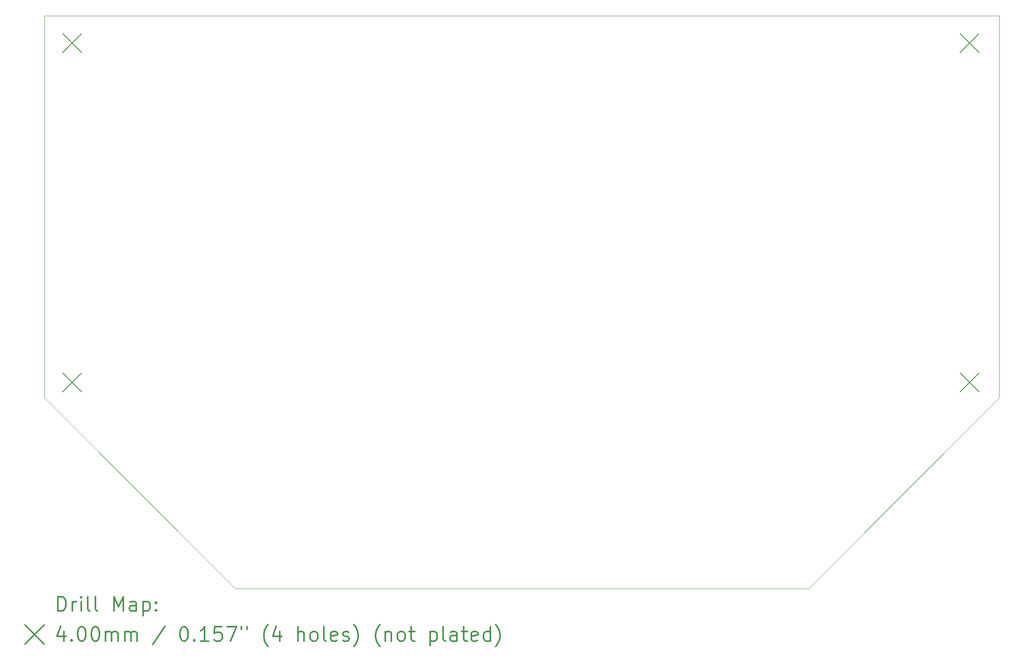
<source format=gbr>
%FSLAX45Y45*%
G04 Gerber Fmt 4.5, Leading zero omitted, Abs format (unit mm)*
G04 Created by KiCad (PCBNEW 5.1.5+dfsg1-2build2) date 2022-02-08 11:10:52*
%MOMM*%
%LPD*%
G04 APERTURE LIST*
%TA.AperFunction,Profile*%
%ADD10C,0.100000*%
%TD*%
%ADD11C,0.200000*%
%ADD12C,0.300000*%
G04 APERTURE END LIST*
D10*
X4500000Y-4000000D02*
X4500000Y-12000000D01*
X24500000Y-4000000D02*
X4500000Y-4000000D01*
X24500000Y-12000000D02*
X24500000Y-4000000D01*
X8500000Y-16000000D02*
X4500000Y-12000000D01*
X20500000Y-16000000D02*
X24500000Y-12000000D01*
X8500000Y-16000000D02*
X20500000Y-16000000D01*
D11*
X23676000Y-4372000D02*
X24076000Y-4772000D01*
X24076000Y-4372000D02*
X23676000Y-4772000D01*
X23676000Y-11484000D02*
X24076000Y-11884000D01*
X24076000Y-11484000D02*
X23676000Y-11884000D01*
X4880000Y-4372000D02*
X5280000Y-4772000D01*
X5280000Y-4372000D02*
X4880000Y-4772000D01*
X4880000Y-11484000D02*
X5280000Y-11884000D01*
X5280000Y-11484000D02*
X4880000Y-11884000D01*
D12*
X4781428Y-16470714D02*
X4781428Y-16170714D01*
X4852857Y-16170714D01*
X4895714Y-16185000D01*
X4924286Y-16213571D01*
X4938571Y-16242143D01*
X4952857Y-16299286D01*
X4952857Y-16342143D01*
X4938571Y-16399286D01*
X4924286Y-16427857D01*
X4895714Y-16456429D01*
X4852857Y-16470714D01*
X4781428Y-16470714D01*
X5081428Y-16470714D02*
X5081428Y-16270714D01*
X5081428Y-16327857D02*
X5095714Y-16299286D01*
X5110000Y-16285000D01*
X5138571Y-16270714D01*
X5167143Y-16270714D01*
X5267143Y-16470714D02*
X5267143Y-16270714D01*
X5267143Y-16170714D02*
X5252857Y-16185000D01*
X5267143Y-16199286D01*
X5281428Y-16185000D01*
X5267143Y-16170714D01*
X5267143Y-16199286D01*
X5452857Y-16470714D02*
X5424286Y-16456429D01*
X5410000Y-16427857D01*
X5410000Y-16170714D01*
X5610000Y-16470714D02*
X5581428Y-16456429D01*
X5567143Y-16427857D01*
X5567143Y-16170714D01*
X5952857Y-16470714D02*
X5952857Y-16170714D01*
X6052857Y-16385000D01*
X6152857Y-16170714D01*
X6152857Y-16470714D01*
X6424286Y-16470714D02*
X6424286Y-16313571D01*
X6410000Y-16285000D01*
X6381428Y-16270714D01*
X6324286Y-16270714D01*
X6295714Y-16285000D01*
X6424286Y-16456429D02*
X6395714Y-16470714D01*
X6324286Y-16470714D01*
X6295714Y-16456429D01*
X6281428Y-16427857D01*
X6281428Y-16399286D01*
X6295714Y-16370714D01*
X6324286Y-16356429D01*
X6395714Y-16356429D01*
X6424286Y-16342143D01*
X6567143Y-16270714D02*
X6567143Y-16570714D01*
X6567143Y-16285000D02*
X6595714Y-16270714D01*
X6652857Y-16270714D01*
X6681428Y-16285000D01*
X6695714Y-16299286D01*
X6710000Y-16327857D01*
X6710000Y-16413571D01*
X6695714Y-16442143D01*
X6681428Y-16456429D01*
X6652857Y-16470714D01*
X6595714Y-16470714D01*
X6567143Y-16456429D01*
X6838571Y-16442143D02*
X6852857Y-16456429D01*
X6838571Y-16470714D01*
X6824286Y-16456429D01*
X6838571Y-16442143D01*
X6838571Y-16470714D01*
X6838571Y-16285000D02*
X6852857Y-16299286D01*
X6838571Y-16313571D01*
X6824286Y-16299286D01*
X6838571Y-16285000D01*
X6838571Y-16313571D01*
X4095000Y-16765000D02*
X4495000Y-17165000D01*
X4495000Y-16765000D02*
X4095000Y-17165000D01*
X4910000Y-16900714D02*
X4910000Y-17100714D01*
X4838571Y-16786429D02*
X4767143Y-17000714D01*
X4952857Y-17000714D01*
X5067143Y-17072143D02*
X5081428Y-17086429D01*
X5067143Y-17100714D01*
X5052857Y-17086429D01*
X5067143Y-17072143D01*
X5067143Y-17100714D01*
X5267143Y-16800714D02*
X5295714Y-16800714D01*
X5324286Y-16815000D01*
X5338571Y-16829286D01*
X5352857Y-16857857D01*
X5367143Y-16915000D01*
X5367143Y-16986429D01*
X5352857Y-17043572D01*
X5338571Y-17072143D01*
X5324286Y-17086429D01*
X5295714Y-17100714D01*
X5267143Y-17100714D01*
X5238571Y-17086429D01*
X5224286Y-17072143D01*
X5210000Y-17043572D01*
X5195714Y-16986429D01*
X5195714Y-16915000D01*
X5210000Y-16857857D01*
X5224286Y-16829286D01*
X5238571Y-16815000D01*
X5267143Y-16800714D01*
X5552857Y-16800714D02*
X5581428Y-16800714D01*
X5610000Y-16815000D01*
X5624286Y-16829286D01*
X5638571Y-16857857D01*
X5652857Y-16915000D01*
X5652857Y-16986429D01*
X5638571Y-17043572D01*
X5624286Y-17072143D01*
X5610000Y-17086429D01*
X5581428Y-17100714D01*
X5552857Y-17100714D01*
X5524286Y-17086429D01*
X5510000Y-17072143D01*
X5495714Y-17043572D01*
X5481428Y-16986429D01*
X5481428Y-16915000D01*
X5495714Y-16857857D01*
X5510000Y-16829286D01*
X5524286Y-16815000D01*
X5552857Y-16800714D01*
X5781428Y-17100714D02*
X5781428Y-16900714D01*
X5781428Y-16929286D02*
X5795714Y-16915000D01*
X5824286Y-16900714D01*
X5867143Y-16900714D01*
X5895714Y-16915000D01*
X5910000Y-16943572D01*
X5910000Y-17100714D01*
X5910000Y-16943572D02*
X5924286Y-16915000D01*
X5952857Y-16900714D01*
X5995714Y-16900714D01*
X6024286Y-16915000D01*
X6038571Y-16943572D01*
X6038571Y-17100714D01*
X6181428Y-17100714D02*
X6181428Y-16900714D01*
X6181428Y-16929286D02*
X6195714Y-16915000D01*
X6224286Y-16900714D01*
X6267143Y-16900714D01*
X6295714Y-16915000D01*
X6310000Y-16943572D01*
X6310000Y-17100714D01*
X6310000Y-16943572D02*
X6324286Y-16915000D01*
X6352857Y-16900714D01*
X6395714Y-16900714D01*
X6424286Y-16915000D01*
X6438571Y-16943572D01*
X6438571Y-17100714D01*
X7024286Y-16786429D02*
X6767143Y-17172143D01*
X7410000Y-16800714D02*
X7438571Y-16800714D01*
X7467143Y-16815000D01*
X7481428Y-16829286D01*
X7495714Y-16857857D01*
X7510000Y-16915000D01*
X7510000Y-16986429D01*
X7495714Y-17043572D01*
X7481428Y-17072143D01*
X7467143Y-17086429D01*
X7438571Y-17100714D01*
X7410000Y-17100714D01*
X7381428Y-17086429D01*
X7367143Y-17072143D01*
X7352857Y-17043572D01*
X7338571Y-16986429D01*
X7338571Y-16915000D01*
X7352857Y-16857857D01*
X7367143Y-16829286D01*
X7381428Y-16815000D01*
X7410000Y-16800714D01*
X7638571Y-17072143D02*
X7652857Y-17086429D01*
X7638571Y-17100714D01*
X7624286Y-17086429D01*
X7638571Y-17072143D01*
X7638571Y-17100714D01*
X7938571Y-17100714D02*
X7767143Y-17100714D01*
X7852857Y-17100714D02*
X7852857Y-16800714D01*
X7824286Y-16843572D01*
X7795714Y-16872143D01*
X7767143Y-16886429D01*
X8210000Y-16800714D02*
X8067143Y-16800714D01*
X8052857Y-16943572D01*
X8067143Y-16929286D01*
X8095714Y-16915000D01*
X8167143Y-16915000D01*
X8195714Y-16929286D01*
X8210000Y-16943572D01*
X8224286Y-16972143D01*
X8224286Y-17043572D01*
X8210000Y-17072143D01*
X8195714Y-17086429D01*
X8167143Y-17100714D01*
X8095714Y-17100714D01*
X8067143Y-17086429D01*
X8052857Y-17072143D01*
X8324286Y-16800714D02*
X8524286Y-16800714D01*
X8395714Y-17100714D01*
X8624286Y-16800714D02*
X8624286Y-16857857D01*
X8738571Y-16800714D02*
X8738571Y-16857857D01*
X9181428Y-17215000D02*
X9167143Y-17200714D01*
X9138571Y-17157857D01*
X9124286Y-17129286D01*
X9110000Y-17086429D01*
X9095714Y-17015000D01*
X9095714Y-16957857D01*
X9110000Y-16886429D01*
X9124286Y-16843572D01*
X9138571Y-16815000D01*
X9167143Y-16772143D01*
X9181428Y-16757857D01*
X9424286Y-16900714D02*
X9424286Y-17100714D01*
X9352857Y-16786429D02*
X9281428Y-17000714D01*
X9467143Y-17000714D01*
X9810000Y-17100714D02*
X9810000Y-16800714D01*
X9938571Y-17100714D02*
X9938571Y-16943572D01*
X9924286Y-16915000D01*
X9895714Y-16900714D01*
X9852857Y-16900714D01*
X9824286Y-16915000D01*
X9810000Y-16929286D01*
X10124286Y-17100714D02*
X10095714Y-17086429D01*
X10081428Y-17072143D01*
X10067143Y-17043572D01*
X10067143Y-16957857D01*
X10081428Y-16929286D01*
X10095714Y-16915000D01*
X10124286Y-16900714D01*
X10167143Y-16900714D01*
X10195714Y-16915000D01*
X10210000Y-16929286D01*
X10224286Y-16957857D01*
X10224286Y-17043572D01*
X10210000Y-17072143D01*
X10195714Y-17086429D01*
X10167143Y-17100714D01*
X10124286Y-17100714D01*
X10395714Y-17100714D02*
X10367143Y-17086429D01*
X10352857Y-17057857D01*
X10352857Y-16800714D01*
X10624286Y-17086429D02*
X10595714Y-17100714D01*
X10538571Y-17100714D01*
X10510000Y-17086429D01*
X10495714Y-17057857D01*
X10495714Y-16943572D01*
X10510000Y-16915000D01*
X10538571Y-16900714D01*
X10595714Y-16900714D01*
X10624286Y-16915000D01*
X10638571Y-16943572D01*
X10638571Y-16972143D01*
X10495714Y-17000714D01*
X10752857Y-17086429D02*
X10781428Y-17100714D01*
X10838571Y-17100714D01*
X10867143Y-17086429D01*
X10881428Y-17057857D01*
X10881428Y-17043572D01*
X10867143Y-17015000D01*
X10838571Y-17000714D01*
X10795714Y-17000714D01*
X10767143Y-16986429D01*
X10752857Y-16957857D01*
X10752857Y-16943572D01*
X10767143Y-16915000D01*
X10795714Y-16900714D01*
X10838571Y-16900714D01*
X10867143Y-16915000D01*
X10981428Y-17215000D02*
X10995714Y-17200714D01*
X11024286Y-17157857D01*
X11038571Y-17129286D01*
X11052857Y-17086429D01*
X11067143Y-17015000D01*
X11067143Y-16957857D01*
X11052857Y-16886429D01*
X11038571Y-16843572D01*
X11024286Y-16815000D01*
X10995714Y-16772143D01*
X10981428Y-16757857D01*
X11524286Y-17215000D02*
X11510000Y-17200714D01*
X11481428Y-17157857D01*
X11467143Y-17129286D01*
X11452857Y-17086429D01*
X11438571Y-17015000D01*
X11438571Y-16957857D01*
X11452857Y-16886429D01*
X11467143Y-16843572D01*
X11481428Y-16815000D01*
X11510000Y-16772143D01*
X11524286Y-16757857D01*
X11638571Y-16900714D02*
X11638571Y-17100714D01*
X11638571Y-16929286D02*
X11652857Y-16915000D01*
X11681428Y-16900714D01*
X11724286Y-16900714D01*
X11752857Y-16915000D01*
X11767143Y-16943572D01*
X11767143Y-17100714D01*
X11952857Y-17100714D02*
X11924286Y-17086429D01*
X11910000Y-17072143D01*
X11895714Y-17043572D01*
X11895714Y-16957857D01*
X11910000Y-16929286D01*
X11924286Y-16915000D01*
X11952857Y-16900714D01*
X11995714Y-16900714D01*
X12024286Y-16915000D01*
X12038571Y-16929286D01*
X12052857Y-16957857D01*
X12052857Y-17043572D01*
X12038571Y-17072143D01*
X12024286Y-17086429D01*
X11995714Y-17100714D01*
X11952857Y-17100714D01*
X12138571Y-16900714D02*
X12252857Y-16900714D01*
X12181428Y-16800714D02*
X12181428Y-17057857D01*
X12195714Y-17086429D01*
X12224286Y-17100714D01*
X12252857Y-17100714D01*
X12581428Y-16900714D02*
X12581428Y-17200714D01*
X12581428Y-16915000D02*
X12610000Y-16900714D01*
X12667143Y-16900714D01*
X12695714Y-16915000D01*
X12710000Y-16929286D01*
X12724286Y-16957857D01*
X12724286Y-17043572D01*
X12710000Y-17072143D01*
X12695714Y-17086429D01*
X12667143Y-17100714D01*
X12610000Y-17100714D01*
X12581428Y-17086429D01*
X12895714Y-17100714D02*
X12867143Y-17086429D01*
X12852857Y-17057857D01*
X12852857Y-16800714D01*
X13138571Y-17100714D02*
X13138571Y-16943572D01*
X13124286Y-16915000D01*
X13095714Y-16900714D01*
X13038571Y-16900714D01*
X13010000Y-16915000D01*
X13138571Y-17086429D02*
X13110000Y-17100714D01*
X13038571Y-17100714D01*
X13010000Y-17086429D01*
X12995714Y-17057857D01*
X12995714Y-17029286D01*
X13010000Y-17000714D01*
X13038571Y-16986429D01*
X13110000Y-16986429D01*
X13138571Y-16972143D01*
X13238571Y-16900714D02*
X13352857Y-16900714D01*
X13281428Y-16800714D02*
X13281428Y-17057857D01*
X13295714Y-17086429D01*
X13324286Y-17100714D01*
X13352857Y-17100714D01*
X13567143Y-17086429D02*
X13538571Y-17100714D01*
X13481428Y-17100714D01*
X13452857Y-17086429D01*
X13438571Y-17057857D01*
X13438571Y-16943572D01*
X13452857Y-16915000D01*
X13481428Y-16900714D01*
X13538571Y-16900714D01*
X13567143Y-16915000D01*
X13581428Y-16943572D01*
X13581428Y-16972143D01*
X13438571Y-17000714D01*
X13838571Y-17100714D02*
X13838571Y-16800714D01*
X13838571Y-17086429D02*
X13810000Y-17100714D01*
X13752857Y-17100714D01*
X13724286Y-17086429D01*
X13710000Y-17072143D01*
X13695714Y-17043572D01*
X13695714Y-16957857D01*
X13710000Y-16929286D01*
X13724286Y-16915000D01*
X13752857Y-16900714D01*
X13810000Y-16900714D01*
X13838571Y-16915000D01*
X13952857Y-17215000D02*
X13967143Y-17200714D01*
X13995714Y-17157857D01*
X14010000Y-17129286D01*
X14024286Y-17086429D01*
X14038571Y-17015000D01*
X14038571Y-16957857D01*
X14024286Y-16886429D01*
X14010000Y-16843572D01*
X13995714Y-16815000D01*
X13967143Y-16772143D01*
X13952857Y-16757857D01*
M02*

</source>
